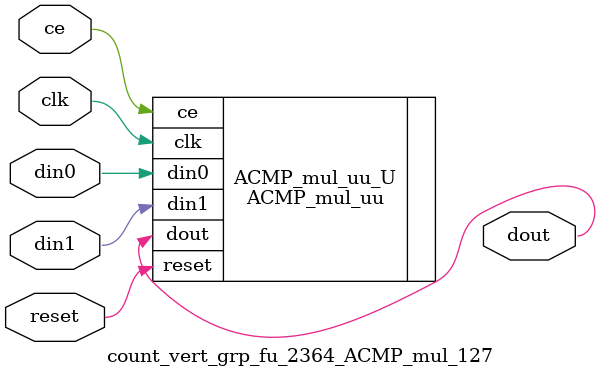
<source format=v>

`timescale 1 ns / 1 ps
module count_vert_grp_fu_2364_ACMP_mul_127(
    clk,
    reset,
    ce,
    din0,
    din1,
    dout);

parameter ID = 32'd1;
parameter NUM_STAGE = 32'd1;
parameter din0_WIDTH = 32'd1;
parameter din1_WIDTH = 32'd1;
parameter dout_WIDTH = 32'd1;
input clk;
input reset;
input ce;
input[din0_WIDTH - 1:0] din0;
input[din1_WIDTH - 1:0] din1;
output[dout_WIDTH - 1:0] dout;



ACMP_mul_uu #(
.ID( ID ),
.NUM_STAGE( 3 ),
.din0_WIDTH( din0_WIDTH ),
.din1_WIDTH( din1_WIDTH ),
.dout_WIDTH( dout_WIDTH ))
ACMP_mul_uu_U(
    .clk( clk ),
    .reset( reset ),
    .ce( ce ),
    .din0( din0 ),
    .din1( din1 ),
    .dout( dout ));

endmodule

</source>
